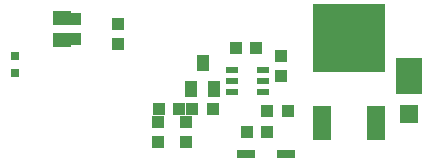
<source format=gbr>
G04 EAGLE Gerber RS-274X export*
G75*
%MOMM*%
%FSLAX34Y34*%
%LPD*%
%INSolderpaste Top*%
%IPPOS*%
%AMOC8*
5,1,8,0,0,1.08239X$1,22.5*%
G01*
%ADD10R,1.000000X1.100000*%
%ADD11R,1.600000X3.000000*%
%ADD12R,6.200000X5.800000*%
%ADD13R,1.000000X1.400000*%
%ADD14R,1.003300X0.550000*%
%ADD15R,1.100000X1.000000*%
%ADD16R,0.800000X0.800000*%
%ADD17R,1.600000X0.800000*%
%ADD18R,2.200000X3.100000*%
%ADD19R,1.520000X1.500000*%
%ADD20R,1.500000X1.300000*%


D10*
X-133350Y128025D03*
X-133350Y145025D03*
D11*
X39053Y61550D03*
X84773Y61550D03*
D12*
X61913Y133350D03*
D10*
X-33900Y125413D03*
X-16900Y125413D03*
X10088Y71438D03*
X-6913Y71438D03*
D13*
X-61913Y112600D03*
X-52413Y90600D03*
X-71413Y90600D03*
D14*
X-37339Y106338D03*
X-37339Y96838D03*
X-37339Y87338D03*
X-10287Y87338D03*
X-10287Y96838D03*
X-10287Y106338D03*
D10*
X-24375Y53975D03*
X-7375Y53975D03*
X-81988Y73025D03*
X-98988Y73025D03*
X-76200Y45475D03*
X-76200Y62475D03*
D15*
X-100013Y45475D03*
X-100013Y62475D03*
D10*
X-169863Y132788D03*
X-169863Y149788D03*
D16*
X-220663Y103625D03*
X-220663Y118625D03*
D17*
X-24938Y34925D03*
X9063Y34925D03*
D18*
X112713Y101438D03*
D19*
X112713Y69238D03*
D10*
X4763Y118038D03*
X4763Y101038D03*
X-70413Y73025D03*
X-53413Y73025D03*
D20*
X-180975Y131788D03*
X-180975Y150788D03*
M02*

</source>
